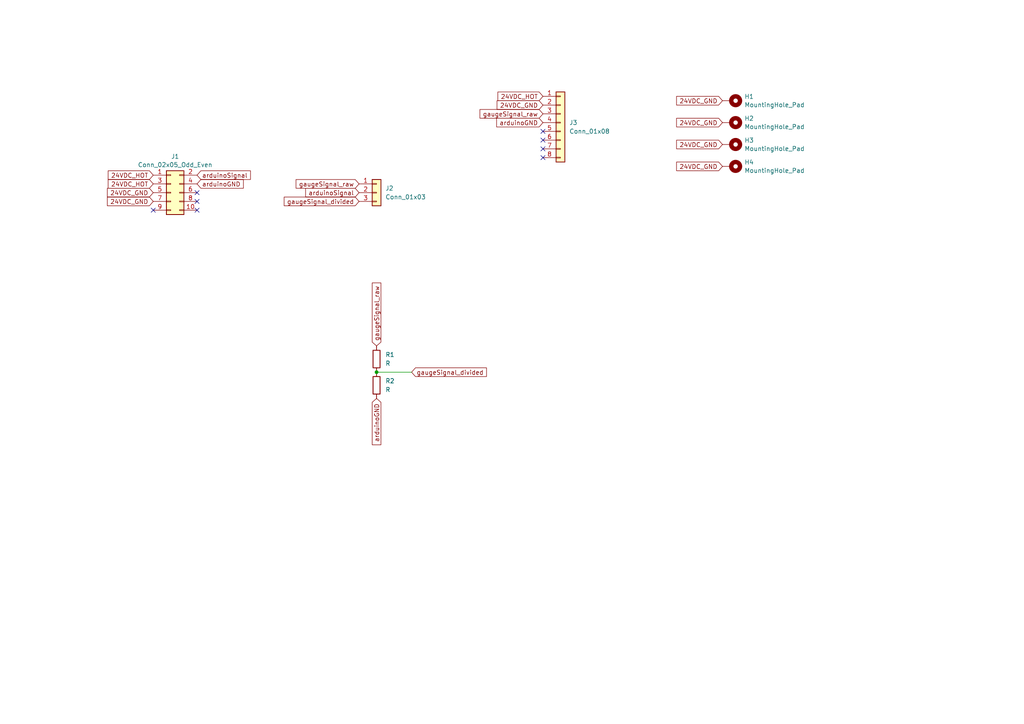
<source format=kicad_sch>
(kicad_sch (version 20230121) (generator eeschema)
  (paper "A4")
  (lib_symbols
    (symbol "Connector_Generic:Conn_01x03" (pin_names (offset 1.016) hide)
      (property "Reference" "J" (at 0 5.08 0))
      (property "Value" "Conn_01x03" (at 0 -5.08 0))
      (symbol "Conn_01x03_1_1"
        (rectangle (start -1.27 -2.413) (end 0 -2.667) (stroke (width 0.1524)))
        (rectangle (start -1.27 0.127) (end 0 -0.127) (stroke (width 0.1524)))
        (rectangle (start -1.27 2.667) (end 0 2.413) (stroke (width 0.1524)))
        (rectangle (start -1.27 3.81) (end 1.27 -3.81) (stroke (width 0.254)) (fill (type background)))
        (pin passive line (at -5.08 2.54 0) (length 3.81) (name "Pin_1") (number "1"))
        (pin passive line (at -5.08 0 0) (length 3.81) (name "Pin_2") (number "2"))
        (pin passive line (at -5.08 -2.54 0) (length 3.81) (name "Pin_3") (number "3"))
      )
    )
    (symbol "Connector_Generic:Conn_01x08" (pin_names (offset 1.016) hide)
      (property "Reference" "J" (at 0 10.16 0))
      (property "Value" "Conn_01x08" (at 0 -12.7 0))
      (symbol "Conn_01x08_1_1"
        (rectangle (start -1.27 -10.033) (end 0 -10.287) (stroke (width 0.1524)))
        (rectangle (start -1.27 -7.493) (end 0 -7.747) (stroke (width 0.1524)))
        (rectangle (start -1.27 -4.953) (end 0 -5.207) (stroke (width 0.1524)))
        (rectangle (start -1.27 -2.413) (end 0 -2.667) (stroke (width 0.1524)))
        (rectangle (start -1.27 0.127) (end 0 -0.127) (stroke (width 0.1524)))
        (rectangle (start -1.27 2.667) (end 0 2.413) (stroke (width 0.1524)))
        (rectangle (start -1.27 5.207) (end 0 4.953) (stroke (width 0.1524)))
        (rectangle (start -1.27 7.747) (end 0 7.493) (stroke (width 0.1524)))
        (rectangle (start -1.27 8.89) (end 1.27 -11.43) (stroke (width 0.254)) (fill (type background)))
        (pin passive line (at -5.08 7.62 0) (length 3.81) (name "Pin_1") (number "1"))
        (pin passive line (at -5.08 5.08 0) (length 3.81) (name "Pin_2") (number "2"))
        (pin passive line (at -5.08 2.54 0) (length 3.81) (name "Pin_3") (number "3"))
        (pin passive line (at -5.08 0 0) (length 3.81) (name "Pin_4") (number "4"))
        (pin passive line (at -5.08 -2.54 0) (length 3.81) (name "Pin_5") (number "5"))
        (pin passive line (at -5.08 -5.08 0) (length 3.81) (name "Pin_6") (number "6"))
        (pin passive line (at -5.08 -7.62 0) (length 3.81) (name "Pin_7") (number "7"))
        (pin passive line (at -5.08 -10.16 0) (length 3.81) (name "Pin_8") (number "8"))
      )
    )
    (symbol "Connector_Generic:Conn_02x05_Odd_Even" (pin_names (offset 1.016) hide)
      (property "Reference" "J" (at 1.27 7.62 0))
      (property "Value" "Conn_02x05_Odd_Even" (at 1.27 -7.62 0))
      (symbol "Conn_02x05_Odd_Even_1_1"
        (rectangle (start -1.27 -4.953) (end 0 -5.207) (stroke (width 0.1524)))
        (rectangle (start -1.27 -2.413) (end 0 -2.667) (stroke (width 0.1524)))
        (rectangle (start -1.27 0.127) (end 0 -0.127) (stroke (width 0.1524)))
        (rectangle (start -1.27 2.667) (end 0 2.413) (stroke (width 0.1524)))
        (rectangle (start -1.27 5.207) (end 0 4.953) (stroke (width 0.1524)))
        (rectangle (start -1.27 6.35) (end 3.81 -6.35) (stroke (width 0.254)) (fill (type background)))
        (rectangle (start 3.81 -4.953) (end 2.54 -5.207) (stroke (width 0.1524)))
        (rectangle (start 3.81 -2.413) (end 2.54 -2.667) (stroke (width 0.1524)))
        (rectangle (start 3.81 0.127) (end 2.54 -0.127) (stroke (width 0.1524)))
        (rectangle (start 3.81 2.667) (end 2.54 2.413) (stroke (width 0.1524)))
        (rectangle (start 3.81 5.207) (end 2.54 4.953) (stroke (width 0.1524)))
        (pin passive line (at -5.08 5.08 0) (length 3.81) (name "Pin_1") (number "1"))
        (pin passive line (at 7.62 -5.08 180) (length 3.81) (name "Pin_10") (number "10"))
        (pin passive line (at 7.62 5.08 180) (length 3.81) (name "Pin_2") (number "2"))
        (pin passive line (at -5.08 2.54 0) (length 3.81) (name "Pin_3") (number "3"))
        (pin passive line (at 7.62 2.54 180) (length 3.81) (name "Pin_4") (number "4"))
        (pin passive line (at -5.08 0 0) (length 3.81) (name "Pin_5") (number "5"))
        (pin passive line (at 7.62 0 180) (length 3.81) (name "Pin_6") (number "6"))
        (pin passive line (at -5.08 -2.54 0) (length 3.81) (name "Pin_7") (number "7"))
        (pin passive line (at 7.62 -2.54 180) (length 3.81) (name "Pin_8") (number "8"))
        (pin passive line (at -5.08 -5.08 0) (length 3.81) (name "Pin_9") (number "9"))
      )
    )
    (symbol "Device:R" (pin_numbers hide) (pin_names (offset 0))
      (property "Reference" "R" (at 2.032 0 90))
      (property "Value" "R" (at 0 0 90))
      (symbol "R_0_1"
        (rectangle (start -1.016 -2.54) (end 1.016 2.54) (stroke (width 0.254)))
      )
      (symbol "R_1_1"
        (pin passive line (at 0 3.81 270) (length 1.27) (name "~") (number "1"))
        (pin passive line (at 0 -3.81 90) (length 1.27) (name "~") (number "2"))
      )
    )
    (symbol "Mechanical:MountingHole_Pad" (pin_numbers hide) (pin_names (offset 1.016) hide)
      (property "Reference" "H" (at 0 6.35 0))
      (property "Value" "MountingHole_Pad" (at 0 4.445 0))
      (symbol "MountingHole_Pad_0_1"
        (circle (center 0 1.27) (radius 1.27) (stroke (width 1.27)))
      )
      (symbol "MountingHole_Pad_1_1"
        (pin input line (at 0 -2.54 90) (length 2.54) (name "1") (number "1"))
      )
    )
  )
  (junction (at 109.22 107.95))
  (no_connect (at 157.48 45.72))
  (no_connect (at 157.48 43.18))
  (no_connect (at 57.15 60.96))
  (no_connect (at 44.45 60.96))
  (no_connect (at 157.48 38.1))
  (no_connect (at 57.15 55.88))
  (no_connect (at 157.48 40.64))
  (no_connect (at 57.15 58.42))
  (wire (pts (xy 109.22 107.95) (xy 119.38 107.95)))
  (global_label "24VDC_GND" (shape input) (at 44.45 58.42 180) (property "Intersheetrefs" "${INTERSHEET_REFS}" (effects hide)))
  (global_label "arduinoGND" (shape input) (at 157.48 35.56 180) (property "Intersheetrefs" "${INTERSHEET_REFS}" (effects hide)))
  (global_label "arduinoGND" (shape input) (at 57.15 53.34 0) (property "Intersheetrefs" "${INTERSHEET_REFS}" (effects hide)))
  (global_label "arduinoGND" (shape input) (at 109.22 115.57 270) (property "Intersheetrefs" "${INTERSHEET_REFS}" (effects hide)))
  (global_label "24VDC_GND" (shape input) (at 157.48 30.48 180) (property "Intersheetrefs" "${INTERSHEET_REFS}" (effects hide)))
  (global_label "arduinoSignal" (shape input) (at 57.15 50.8 0) (property "Intersheetrefs" "${INTERSHEET_REFS}" (effects hide)))
  (global_label "24VDC_HOT" (shape input) (at 44.45 50.8 180) (property "Intersheetrefs" "${INTERSHEET_REFS}" (effects hide)))
  (global_label "24VDC_GND" (shape input) (at 209.55 48.26 180) (property "Intersheetrefs" "${INTERSHEET_REFS}" (effects hide)))
  (global_label "24VDC_GND" (shape input) (at 209.55 41.91 180) (property "Intersheetrefs" "${INTERSHEET_REFS}" (effects hide)))
  (global_label "arduinoSignal" (shape input) (at 104.14 55.88 180) (property "Intersheetrefs" "${INTERSHEET_REFS}" (effects hide)))
  (global_label "24VDC_HOT" (shape input) (at 157.48 27.94 180) (property "Intersheetrefs" "${INTERSHEET_REFS}" (effects hide)))
  (global_label "gaugeSignal_divided" (shape input) (at 119.38 107.95 0) (property "Intersheetrefs" "${INTERSHEET_REFS}" (effects hide)))
  (global_label "gaugeSignal_raw" (shape input) (at 109.22 100.33 90) (property "Intersheetrefs" "${INTERSHEET_REFS}" (effects hide)))
  (global_label "24VDC_HOT" (shape input) (at 44.45 53.34 180) (property "Intersheetrefs" "${INTERSHEET_REFS}" (effects hide)))
  (global_label "gaugeSignal_raw" (shape input) (at 157.48 33.02 180) (property "Intersheetrefs" "${INTERSHEET_REFS}" (effects hide)))
  (global_label "24VDC_GND" (shape input) (at 209.55 29.21 180) (property "Intersheetrefs" "${INTERSHEET_REFS}" (effects hide)))
  (global_label "gaugeSignal_divided" (shape input) (at 104.14 58.42 180) (property "Intersheetrefs" "${INTERSHEET_REFS}" (effects hide)))
  (global_label "24VDC_GND" (shape input) (at 209.55 35.56 180) (property "Intersheetrefs" "${INTERSHEET_REFS}" (effects hide)))
  (global_label "24VDC_GND" (shape input) (at 44.45 55.88 180) (property "Intersheetrefs" "${INTERSHEET_REFS}" (effects hide)))
  (global_label "gaugeSignal_raw" (shape input) (at 104.14 53.34 180) (property "Intersheetrefs" "${INTERSHEET_REFS}" (effects hide)))
  (symbol (lib_id "Mechanical:MountingHole_Pad") (at 212.09 35.56 270) (unit 1)
    (property "Reference" "H2" (at 215.9 34.3479 90) (effects (justify left)))
    (property "Value" "MountingHole_Pad" (at 215.9 36.7721 90) (effects (justify left)))
    (property "Footprint" "MountingHole:MountingHole_3.2mm_M3_Pad_Via" (effects hide))
  )
  (symbol (lib_id "Mechanical:MountingHole_Pad") (at 212.09 29.21 270) (unit 1)
    (property "Reference" "H1" (at 215.9 27.9979 90) (effects (justify left)))
    (property "Value" "MountingHole_Pad" (at 215.9 30.4221 90) (effects (justify left)))
    (property "Footprint" "MountingHole:MountingHole_3.2mm_M3_Pad_Via" (effects hide))
  )
  (symbol (lib_id "Connector_Generic:Conn_01x03") (at 109.22 55.88 0) (unit 1)
    (property "Reference" "J2" (at 111.76 54.61 0) (effects (justify left)))
    (property "Value" "Conn_01x03" (at 111.76 57.15 0) (effects (justify left)))
    (property "Footprint" "Connector_PinHeader_2.54mm:PinHeader_1x03_P2.54mm_Vertical" (effects hide))
  )
  (symbol (lib_id "Connector_Generic:Conn_02x05_Odd_Even") (at 49.53 55.88 0) (unit 1)
    (property "Reference" "J1" (at 50.8 45.3857 0))
    (property "Value" "Conn_02x05_Odd_Even" (at 50.8 47.8099 0))
    (property "Footprint" "Connector_PinHeader_2.54mm:PinHeader_2x05_P2.54mm_Vertical" (effects hide))
  )
  (symbol (lib_id "Mechanical:MountingHole_Pad") (at 212.09 41.91 270) (unit 1)
    (property "Reference" "H3" (at 215.9 40.6979 90) (effects (justify left)))
    (property "Value" "MountingHole_Pad" (at 215.9 43.1221 90) (effects (justify left)))
    (property "Footprint" "MountingHole:MountingHole_3.2mm_M3_Pad_Via" (effects hide))
  )
  (symbol (lib_id "Mechanical:MountingHole_Pad") (at 212.09 48.26 270) (unit 1)
    (property "Reference" "H4" (at 215.9 47.0479 90) (effects (justify left)))
    (property "Value" "MountingHole_Pad" (at 215.9 49.4721 90) (effects (justify left)))
    (property "Footprint" "MountingHole:MountingHole_3.2mm_M3_Pad_Via" (effects hide))
  )
  (symbol (lib_id "Device:R") (at 109.22 111.76 0) (unit 1)
    (property "Reference" "R2" (at 111.76 110.49 0) (effects (justify left)))
    (property "Value" "R" (at 111.76 113.03 0) (effects (justify left)))
    (property "Footprint" "Resistor_SMD:R_2010_5025Metric_Pad1.40x2.65mm_HandSolder" (effects hide))
  )
  (symbol (lib_id "Device:R") (at 109.22 104.14 0) (unit 1)
    (property "Reference" "R1" (at 111.76 102.87 0) (effects (justify left)))
    (property "Value" "R" (at 111.76 105.41 0) (effects (justify left)))
    (property "Footprint" "Resistor_SMD:R_2010_5025Metric_Pad1.40x2.65mm_HandSolder" (effects hide))
  )
  (symbol (lib_id "Connector_Generic:Conn_01x08") (at 162.56 35.56 0) (unit 1)
    (property "Reference" "J3" (at 165.1 35.56 0) (effects (justify left)))
    (property "Value" "Conn_01x08" (at 165.1 38.1 0) (effects (justify left)))
    (property "Footprint" "customFootprints:phoenixContact_MPT_05_254-8way" (effects hide))
  )
)
</source>
